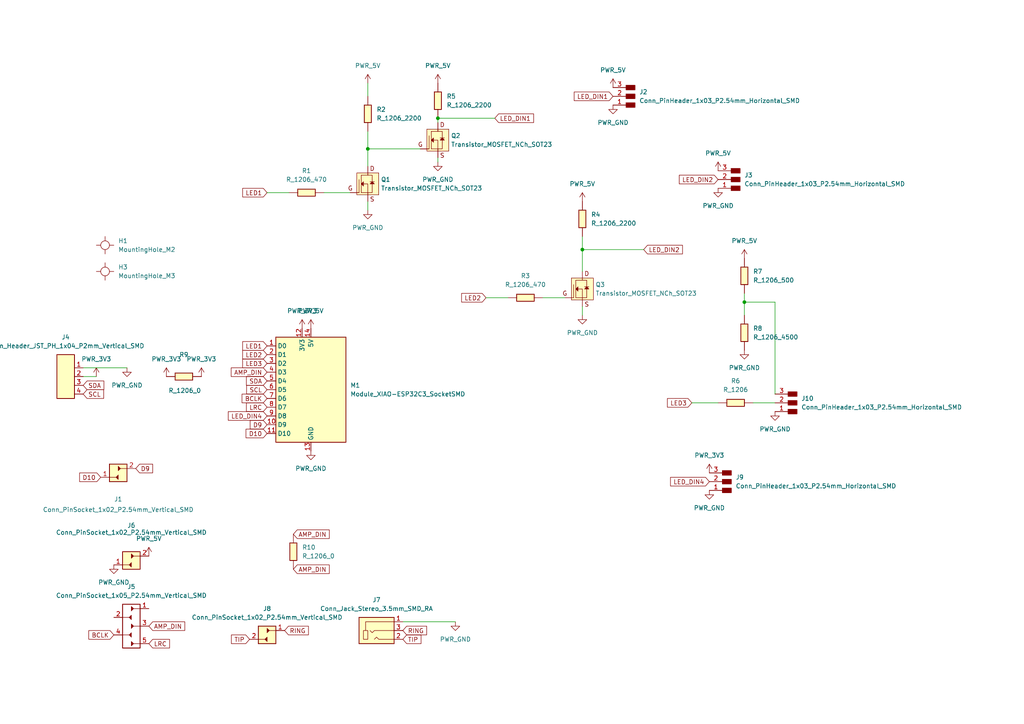
<source format=kicad_sch>
(kicad_sch (version 20231120) (generator "eeschema") (generator_version "8.0")
  (paper "A4")
  (lib_symbols
    (symbol "fab:Conn_Header_JST_PH_1x04_P2mm_Vertical_SMD"
      (property "Reference" "J" (at 0 7.62 0))
      (property "Value" "Conn_Header_JST_PH_1x04_P2mm_Vertical_SMD" (at 0 -7.62 0))
      (symbol "Conn_Header_JST_PH_1x04_P2mm_Vertical_SMD_0_1"
        (rectangle (start -2.54 6.35) (end 2.54 -6.35) (stroke (width 0.254)) (fill (type background)))
      )
      (symbol "Conn_Header_JST_PH_1x04_P2mm_Vertical_SMD_1_1"
        (pin passive line (at 5.08 2.54 180) (length 2.54) (name "~") (number "1"))
        (pin passive line (at 5.08 0 180) (length 2.54) (name "~") (number "2"))
        (pin passive line (at 5.08 -2.54 180) (length 2.54) (name "~") (number "3"))
        (pin passive line (at 5.08 -5.08 180) (length 2.54) (name "~") (number "4"))
      )
    )
    (symbol "fab:Conn_Jack_Stereo_3.5mm_SMD_RA"
      (property "Reference" "J" (at 0 0 0))
      (property "Value" "Conn_Jack_Stereo_3.5mm_SMD_RA" (at 0 0 0))
      (symbol "Conn_Jack_Stereo_3.5mm_SMD_RA_0_1"
        (rectangle (start -5.08 3.81) (end 5.08 -3.81) (stroke (width 0.254)) (fill (type background)))
        (polyline (pts (xy 5.08 -2.54) (xy 0.635 -2.54) (xy 0 -1.905) (xy -0.635 -2.54)))
        (polyline (pts (xy 5.08 0) (xy -0.635 0) (xy -1.27 -0.635) (xy -1.905 0)))
        (polyline (pts (xy 5.08 2.54) (xy -3.175 2.54) (xy -3.175 0) (xy -3.81 0) (xy -3.81 -2.54) (xy -2.54 -2.54) (xy -2.54 0) (xy -3.175 0)))
      )
      (symbol "Conn_Jack_Stereo_3.5mm_SMD_RA_1_1"
        (pin passive line (at 7.62 2.54 180) (length 2.54) (name "") (number "1"))
        (pin passive line (at 7.62 -2.54 180) (length 2.54) (name "") (number "2"))
        (pin passive line (at 7.62 0 180) (length 2.54) (name "") (number "3"))
      )
    )
    (symbol "fab:Conn_PinHeader_1x03_P2.54mm_Horizontal_SMD" (pin_names hide)
      (property "Reference" "J" (at 0 5.08 0))
      (property "Value" "Conn_PinHeader_1x03_P2.54mm_Horizontal_SMD" (at 0 -5.08 0))
      (symbol "Conn_PinHeader_1x03_P2.54mm_Horizontal_SMD_1_1"
        (rectangle (start -1.27 -1.905) (end 1.27 -3.175) (stroke (width 0.254)) (fill (type outline)))
        (rectangle (start -1.27 0.635) (end 1.27 -0.635) (stroke (width 0.254)) (fill (type outline)))
        (rectangle (start -1.27 3.175) (end 1.27 1.905) (stroke (width 0.254)) (fill (type outline)))
        (pin passive line (at 5.08 2.54 180) (length 3.81) (name "Pin_1") (number "1"))
        (pin passive line (at 5.08 0 180) (length 3.81) (name "Pin_2") (number "2"))
        (pin passive line (at 5.08 -2.54 180) (length 3.81) (name "Pin_3") (number "3"))
      )
    )
    (symbol "fab:Conn_PinSocket_1x02_P2.54mm_Vertical_SMD" (pin_names hide)
      (property "Reference" "J" (at 0 3.81 0))
      (property "Value" "Conn_PinSocket_1x02_P2.54mm_Vertical_SMD" (at 0 -3.81 0))
      (symbol "Conn_PinSocket_1x02_P2.54mm_Vertical_SMD_0_0"
        (rectangle (start -2.54 2.54) (end 2.54 -2.54) (stroke (width 0.254)) (fill (type background)))
        (polyline (pts (xy 0 -1.27) (xy -2.54 -1.27)))
        (polyline (pts (xy 2.54 1.27) (xy 0 1.27)))
        (polyline (pts (xy 0 -1.905) (xy -0.635 -1.27) (xy 0 -0.635) (xy 0 -1.905)) (fill (type outline)))
        (polyline (pts (xy 0 0.635) (xy 0.635 1.27) (xy 0 1.905) (xy 0 0.635)) (fill (type outline)))
      )
      (symbol "Conn_PinSocket_1x02_P2.54mm_Vertical_SMD_1_1"
        (pin passive line (at 5.08 1.27 180) (length 2.54) (name "Pin_1") (number "1"))
        (pin passive line (at -5.08 -1.27 0) (length 2.54) (name "Pin_2") (number "2"))
      )
    )
    (symbol "fab:Conn_PinSocket_1x05_P2.54mm_Vertical_SMD" (pin_names hide)
      (property "Reference" "J" (at 0 7.62 0))
      (property "Value" "Conn_PinSocket_1x05_P2.54mm_Vertical_SMD" (at 0 -7.62 0))
      (symbol "Conn_PinSocket_1x05_P2.54mm_Vertical_SMD_0_0"
        (polyline (pts (xy 0 -2.54) (xy -2.54 -2.54)))
        (polyline (pts (xy 0 2.54) (xy -2.54 2.54)))
        (polyline (pts (xy 2.54 -5.08) (xy 0 -5.08)))
        (polyline (pts (xy 2.54 0) (xy 0 0)))
        (polyline (pts (xy 2.54 5.08) (xy 0 5.08)))
        (polyline (pts (xy 0 -5.715) (xy 0.635 -5.08) (xy 0 -4.445) (xy 0 -5.715)) (fill (type outline)))
        (polyline (pts (xy 0 -3.175) (xy -0.635 -2.54) (xy 0 -1.905) (xy 0 -3.175)) (fill (type outline)))
        (polyline (pts (xy 0 -0.635) (xy 0.635 0) (xy 0 0.635) (xy 0 -0.635)) (fill (type outline)))
        (polyline (pts (xy 0 1.905) (xy -0.635 2.54) (xy 0 3.175) (xy 0 1.905)) (fill (type outline)))
        (polyline (pts (xy 0 4.445) (xy 0.635 5.08) (xy 0 5.715) (xy 0 4.445)) (fill (type outline)))
      )
      (symbol "Conn_PinSocket_1x05_P2.54mm_Vertical_SMD_1_0"
        (rectangle (start -2.54 6.35) (end 2.54 -6.35) (stroke (width 0.254)))
      )
      (symbol "Conn_PinSocket_1x05_P2.54mm_Vertical_SMD_1_1"
        (pin passive line (at 5.08 5.08 180) (length 2.54) (name "Pin_1") (number "1"))
        (pin passive line (at -5.08 2.54 0) (length 2.54) (name "Pin_2") (number "2"))
        (pin passive line (at 5.08 0 180) (length 2.54) (name "Pin_1") (number "3"))
        (pin passive line (at -5.08 -2.54 0) (length 2.54) (name "Pin_2") (number "4"))
        (pin passive line (at 5.08 -5.08 180) (length 2.54) (name "Pin_1") (number "5"))
      )
    )
    (symbol "fab:Module_XIAO-ESP32C3_SocketSMD"
      (property "Reference" "M" (at -10.16 16.51 0))
      (property "Value" "Module_XIAO-ESP32C3_SocketSMD" (at 1.27 16.51 0))
      (symbol "Module_XIAO-ESP32C3_SocketSMD_1_1"
        (rectangle (start -10.16 15.24) (end 10.16 -15.24) (stroke (width 0.254)) (fill (type background)))
        (pin bidirectional line (at -12.7 12.7 0) (length 2.54) (name "D0") (number "1"))
        (pin bidirectional line (at -12.7 -10.16 0) (length 2.54) (name "D9") (number "10"))
        (pin bidirectional line (at -12.7 -12.7 0) (length 2.54) (name "D10") (number "11"))
        (pin power_in line (at -2.54 17.78 270) (length 2.54) (name "3V3") (number "12"))
        (pin power_in line (at 0 -17.78 90) (length 2.54) (name "GND") (number "13"))
        (pin power_in line (at 0 17.78 270) (length 2.54) (name "5V") (number "14"))
        (pin bidirectional line (at -12.7 10.16 0) (length 2.54) (name "D1") (number "2"))
        (pin bidirectional line (at -12.7 7.62 0) (length 2.54) (name "D2") (number "3"))
        (pin bidirectional line (at -12.7 5.08 0) (length 2.54) (name "D3") (number "4"))
        (pin bidirectional line (at -12.7 2.54 0) (length 2.54) (name "D4") (number "5"))
        (pin bidirectional line (at -12.7 0 0) (length 2.54) (name "D5") (number "6"))
        (pin bidirectional line (at -12.7 -2.54 0) (length 2.54) (name "D6") (number "7"))
        (pin bidirectional line (at -12.7 -5.08 0) (length 2.54) (name "D7") (number "8"))
        (pin bidirectional line (at -12.7 -7.62 0) (length 2.54) (name "D8") (number "9"))
      )
    )
    (symbol "fab:MountingHole_M2" (pin_numbers hide) (pin_names (offset 0) hide)
      (property "Reference" "H" (at 0 3.556 0))
      (property "Value" "MountingHole_M2" (at 0 -3.556 0))
      (symbol "MountingHole_M2_0_1"
        (polyline (pts (xy -2.54 0) (xy -1.27 0)))
        (polyline (pts (xy 0 -1.27) (xy 0 -2.54)))
        (polyline (pts (xy 0 2.54) (xy 0 1.27)))
        (polyline (pts (xy 1.27 0) (xy 2.54 0)))
        (circle (center 0 0) (radius 1.27))
      )
    )
    (symbol "fab:MountingHole_M3" (pin_numbers hide) (pin_names (offset 0) hide)
      (property "Reference" "H" (at 0 3.556 0))
      (property "Value" "MountingHole_M3" (at 0 -3.556 0))
      (symbol "MountingHole_M3_0_1"
        (polyline (pts (xy -2.54 0) (xy -1.27 0)))
        (polyline (pts (xy 0 -1.27) (xy 0 -2.54)))
        (polyline (pts (xy 0 2.54) (xy 0 1.27)))
        (polyline (pts (xy 1.27 0) (xy 2.54 0)))
        (circle (center 0 0) (radius 1.27))
      )
    )
    (symbol "fab:PWR_3V3" (power) (pin_names (offset 0))
      (property "Value" "PWR_3V3" (at 0 3.556 0))
      (symbol "PWR_3V3_0_1"
        (polyline (pts (xy -0.762 1.27) (xy 0 2.54)))
        (polyline (pts (xy 0 0) (xy 0 2.54)))
        (polyline (pts (xy 0 2.54) (xy 0.762 1.27)))
      )
      (symbol "PWR_3V3_1_1"
        (pin power_in line (at 0 0 90) (length 0) hide (name "PWR_3V3") (number "1"))
      )
    )
    (symbol "fab:PWR_5V" (power) (pin_names (offset 0))
      (property "Value" "PWR_5V" (at 0 3.556 0))
      (symbol "PWR_5V_0_1"
        (polyline (pts (xy -0.762 1.27) (xy 0 2.54)))
        (polyline (pts (xy 0 0) (xy 0 2.54)))
        (polyline (pts (xy 0 2.54) (xy 0.762 1.27)))
      )
      (symbol "PWR_5V_1_1"
        (pin power_in line (at 0 0 90) (length 0) hide (name "PWR_5V") (number "1"))
      )
    )
    (symbol "fab:PWR_GND" (power) (pin_names (offset 0))
      (property "Value" "PWR_GND" (at 0 -3.81 0))
      (symbol "PWR_GND_0_1"
        (polyline (pts (xy 0 0) (xy 0 -1.27) (xy 1.27 -1.27) (xy 0 -2.54) (xy -1.27 -1.27) (xy 0 -1.27)))
      )
      (symbol "PWR_GND_1_1"
        (pin power_in line (at 0 0 270) (length 0) hide (name "PWR_GND") (number "1"))
      )
    )
    (symbol "fab:R_1206" (pin_numbers hide) (pin_names (offset 0))
      (property "Reference" "R" (at 2.54 0 90))
      (property "Value" "R_1206" (at -2.54 0 90))
      (symbol "R_1206_0_1"
        (rectangle (start -1.016 -2.54) (end 1.016 2.54) (stroke (width 0.254)) (fill (type background)))
      )
      (symbol "R_1206_1_1"
        (pin passive line (at 0 5.08 270) (length 2.54) (name "~") (number "1"))
        (pin passive line (at 0 -5.08 90) (length 2.54) (name "~") (number "2"))
      )
    )
    (symbol "fab:Transistor_MOSFET_NCh_SOT23" (pin_numbers hide) (pin_names (offset 1.016) hide)
      (property "Reference" "Q" (at 3.81 1.27 0))
      (property "Value" "Transistor_MOSFET_NCh_SOT23" (at 3.81 -1.27 0))
      (symbol "Transistor_MOSFET_NCh_SOT23_0_1"
        (polyline (pts (xy 0 2.54) (xy 1.27 2.54) (xy 1.27 -2.54) (xy 0 -2.54)))
      )
      (symbol "Transistor_MOSFET_NCh_SOT23_1_0"
        (text "D" (at 1.27 4.445 0) (effects (font (size 1.27 1.27))))
        (text "G" (at -5.08 -1.27 0) (effects (font (size 1.27 1.27))))
        (text "S" (at 1.27 -4.445 0) (effects (font (size 1.27 1.27))))
      )
      (symbol "Transistor_MOSFET_NCh_SOT23_1_1"
        (rectangle (start -3.175 3.175) (end 3.175 -3.175) (fill (type background)))
        (polyline (pts (xy -2.54 -2.54) (xy -2.54 1.27)) (stroke (width 0.15)))
        (polyline (pts (xy -1.905 -2.54) (xy 0 -2.54)) (stroke (width 0.15)))
        (polyline (pts (xy -1.905 2.54) (xy -1.905 -2.54)) (stroke (width 0.15)))
        (polyline (pts (xy 0 2.54) (xy -1.905 2.54)) (stroke (width 0.15)))
        (polyline (pts (xy 0.635 0.635) (xy 1.905 0.635)) (stroke (width 0.15)))
        (polyline (pts (xy 0 -2.54) (xy 0 0) (xy -1.905 0)) (stroke (width 0.15)))
        (polyline (pts (xy -1.905 0) (xy -1.27 0.635) (xy -1.27 -0.635) (xy -1.905 0)) (fill (type outline)))
        (polyline (pts (xy 1.27 0.635) (xy 1.905 0) (xy 0.635 0) (xy 1.27 0.635)) (fill (type outline)))
        (pin passive line (at -5.08 -2.54 0) (length 2.54) (name "G") (number "1"))
        (pin passive line (at 0 -5.08 90) (length 2.54) (name "S") (number "2"))
        (pin passive line (at 0 5.08 270) (length 2.54) (name "D") (number "3"))
      )
    )
  )
  (junction (at 215.9 87.63))
  (junction (at 127 34.29))
  (junction (at 106.68 43.18))
  (junction (at 168.91 72.39))
  (wire (pts (xy 106.68 43.18) (xy 106.68 48.26)))
  (wire (pts (xy 77.47 55.88) (xy 83.82 55.88)))
  (wire (pts (xy 106.68 60.96) (xy 106.68 58.42)))
  (wire (pts (xy 168.91 91.44) (xy 168.91 88.9)))
  (wire (pts (xy 168.91 72.39) (xy 168.91 78.74)))
  (wire (pts (xy 224.79 87.63) (xy 224.79 114.3)))
  (wire (pts (xy 215.9 87.63) (xy 224.79 87.63)))
  (wire (pts (xy 157.48 86.36) (xy 163.83 86.36)))
  (wire (pts (xy 106.68 38.1) (xy 106.68 43.18)))
  (wire (pts (xy 116.84 180.34) (xy 132.08 180.34)))
  (wire (pts (xy 127 34.29) (xy 143.51 34.29)))
  (wire (pts (xy 93.98 55.88) (xy 101.6 55.88)))
  (wire (pts (xy 168.91 72.39) (xy 186.69 72.39)))
  (wire (pts (xy 215.9 85.09) (xy 215.9 87.63)))
  (wire (pts (xy 106.68 43.18) (xy 121.92 43.18)))
  (wire (pts (xy 140.97 86.36) (xy 147.32 86.36)))
  (wire (pts (xy 127 45.72) (xy 127 46.99)))
  (wire (pts (xy 27.94 109.22) (xy 24.13 109.22)))
  (wire (pts (xy 127 35.56) (xy 127 34.29)))
  (wire (pts (xy 200.66 116.84) (xy 208.28 116.84)))
  (wire (pts (xy 168.91 68.58) (xy 168.91 72.39)))
  (wire (pts (xy 215.9 87.63) (xy 215.9 91.44)))
  (wire (pts (xy 24.13 106.68) (xy 36.83 106.68)))
  (wire (pts (xy 106.68 24.13) (xy 106.68 27.94)))
  (wire (pts (xy 218.44 116.84) (xy 224.79 116.84)))
  (global_label "SDA" (shape input) (at 24.13 111.76 0) (property "Intersheetrefs" "${INTERSHEET_REFS}" (effects (hide yes))))
  (global_label "LED_DIN4" (shape input) (at 205.74 139.7 180) (property "Intersheetrefs" "${INTERSHEET_REFS}" (effects (hide yes))))
  (global_label "AMP_DIN" (shape input) (at 43.18 181.61 0) (property "Intersheetrefs" "${INTERSHEET_REFS}" (effects (hide yes))))
  (global_label "SCL" (shape input) (at 77.47 113.03 180) (property "Intersheetrefs" "${INTERSHEET_REFS}" (effects (hide yes))))
  (global_label "LED1" (shape input) (at 77.47 100.33 180) (property "Intersheetrefs" "${INTERSHEET_REFS}" (effects (hide yes))))
  (global_label "LED3" (shape input) (at 200.66 116.84 180) (property "Intersheetrefs" "${INTERSHEET_REFS}" (effects (hide yes))))
  (global_label "BCLK" (shape input) (at 33.02 184.15 180) (property "Intersheetrefs" "${INTERSHEET_REFS}" (effects (hide yes))))
  (global_label "LED_DIN2" (shape input) (at 186.69 72.39 0) (property "Intersheetrefs" "${INTERSHEET_REFS}" (effects (hide yes))))
  (global_label "LRC" (shape input) (at 77.47 118.11 180) (property "Intersheetrefs" "${INTERSHEET_REFS}" (effects (hide yes))))
  (global_label "RING" (shape input) (at 116.84 182.88 0) (property "Intersheetrefs" "${INTERSHEET_REFS}" (effects (hide yes))))
  (global_label "TIP" (shape input) (at 72.39 185.42 180) (property "Intersheetrefs" "${INTERSHEET_REFS}" (effects (hide yes))))
  (global_label "LED1" (shape input) (at 77.47 55.88 180) (property "Intersheetrefs" "${INTERSHEET_REFS}" (effects (hide yes))))
  (global_label "RING" (shape input) (at 82.55 182.88 0) (property "Intersheetrefs" "${INTERSHEET_REFS}" (effects (hide yes))))
  (global_label "LED_DIN1" (shape input) (at 143.51 34.29 0) (property "Intersheetrefs" "${INTERSHEET_REFS}" (effects (hide yes))))
  (global_label "SCL" (shape input) (at 24.13 114.3 0) (property "Intersheetrefs" "${INTERSHEET_REFS}" (effects (hide yes))))
  (global_label "D10" (shape input) (at 29.21 138.43 180) (property "Intersheetrefs" "${INTERSHEET_REFS}" (effects (hide yes))))
  (global_label "LED2" (shape input) (at 77.47 102.87 180) (property "Intersheetrefs" "${INTERSHEET_REFS}" (effects (hide yes))))
  (global_label "LED3" (shape input) (at 77.47 105.41 180) (property "Intersheetrefs" "${INTERSHEET_REFS}" (effects (hide yes))))
  (global_label "AMP_DIN" (shape input) (at 85.09 154.94 0) (property "Intersheetrefs" "${INTERSHEET_REFS}" (effects (hide yes))))
  (global_label "LED2" (shape input) (at 140.97 86.36 180) (property "Intersheetrefs" "${INTERSHEET_REFS}" (effects (hide yes))))
  (global_label "D10" (shape input) (at 77.47 125.73 180) (property "Intersheetrefs" "${INTERSHEET_REFS}" (effects (hide yes))))
  (global_label "LED_DIN2" (shape input) (at 208.28 52.07 180) (property "Intersheetrefs" "${INTERSHEET_REFS}" (effects (hide yes))))
  (global_label "LED_DIN4" (shape input) (at 77.47 120.65 180) (property "Intersheetrefs" "${INTERSHEET_REFS}" (effects (hide yes))))
  (global_label "TIP" (shape input) (at 116.84 185.42 0) (property "Intersheetrefs" "${INTERSHEET_REFS}" (effects (hide yes))))
  (global_label "SDA" (shape input) (at 77.47 110.49 180) (property "Intersheetrefs" "${INTERSHEET_REFS}" (effects (hide yes))))
  (global_label "AMP_DIN" (shape input) (at 85.09 165.1 0) (property "Intersheetrefs" "${INTERSHEET_REFS}" (effects (hide yes))))
  (global_label "D9" (shape input) (at 39.37 135.89 0) (property "Intersheetrefs" "${INTERSHEET_REFS}" (effects (hide yes))))
  (global_label "LED_DIN1" (shape input) (at 177.8 27.94 180) (property "Intersheetrefs" "${INTERSHEET_REFS}" (effects (hide yes))))
  (global_label "D9" (shape input) (at 77.47 123.19 180) (property "Intersheetrefs" "${INTERSHEET_REFS}" (effects (hide yes))))
  (global_label "LRC" (shape input) (at 43.18 186.69 0) (property "Intersheetrefs" "${INTERSHEET_REFS}" (effects (hide yes))))
  (global_label "AMP_DIN" (shape input) (at 77.47 107.95 180) (property "Intersheetrefs" "${INTERSHEET_REFS}" (effects (hide yes))))
  (global_label "BCLK" (shape input) (at 77.47 115.57 180) (property "Intersheetrefs" "${INTERSHEET_REFS}" (effects (hide yes))))
  (symbol (lib_id "fab:PWR_3V3") (at 87.63 95.25 0) (unit 1)
    (property "Reference" "#PWR023" (effects (hide yes)))
    (property "Value" "PWR_3V3" (at 87.63 90.17 0))
    (property "Description" "Power symbol creates a global label with name \"+3V3\"" (effects (hide yes)))
  )
  (symbol (lib_id "fab:Conn_Header_JST_PH_1x04_P2mm_Vertical_SMD") (at 19.05 109.22 0) (unit 1)
    (property "Reference" "J4" (at 19.05 97.79 0))
    (property "Value" "Conn_Header_JST_PH_1x04_P2mm_Vertical_SMD" (at 19.05 100.33 0))
    (property "Footprint" "fab:Header_JST_PH_1x04_P2mm_Vertical_SMD" (effects (hide yes)))
    (property "Datasheet" "https://www.jst-mfg.com/product/pdf/eng/ePH.pdf" (effects (hide yes)))
    (property "Description" "Male JST PH 4 pin connector" (effects (hide yes)))
  )
  (symbol (lib_id "fab:Conn_PinSocket_1x02_P2.54mm_Vertical_SMD") (at 77.47 184.15 0) (unit 1)
    (property "Reference" "J8" (at 77.47 176.53 0))
    (property "Value" "Conn_PinSocket_1x02_P2.54mm_Vertical_SMD" (at 77.47 179.07 0))
    (property "Footprint" "fab:PinSocket_1x02_P2.54mm_Vertical_SMD" (effects (hide yes)))
    (property "Datasheet" "https://media.digikey.com/pdf/Data%20Sheets/Sullins%20PDFs/NPxCxx1KFXx-RC%2010487-D.pdf" (effects (hide yes)))
    (property "Description" "2 Position Header, Top or Bottom Entry Connector 0.100\" (2.54mm) Surface Mount Tin" (effects (hide yes)))
  )
  (symbol (lib_id "fab:R_1206") (at 215.9 96.52 0) (unit 1)
    (property "Reference" "R8" (at 218.44 95.2499 0) (effects (justify left)))
    (property "Value" "R_1206_4500" (at 218.44 97.7899 0) (effects (justify left)))
    (property "Footprint" "fab:R_1206" (effects (hide yes)))
    (property "Description" "Resistor" (effects (hide yes)))
  )
  (symbol (lib_id "fab:R_1206") (at 106.68 33.02 0) (unit 1)
    (property "Reference" "R2" (at 109.22 31.7499 0) (effects (justify left)))
    (property "Value" "R_1206_2200" (at 109.22 34.2899 0) (effects (justify left)))
    (property "Footprint" "fab:R_1206" (effects (hide yes)))
    (property "Description" "Resistor" (effects (hide yes)))
  )
  (symbol (lib_id "fab:PWR_GND") (at 132.08 180.34 0) (unit 1)
    (property "Reference" "#PWR019" (effects (hide yes)))
    (property "Value" "PWR_GND" (at 132.08 185.42 0))
    (property "Description" "Power symbol creates a global label with name \"GND\" , ground" (effects (hide yes)))
  )
  (symbol (lib_id "fab:Conn_Jack_Stereo_3.5mm_SMD_RA") (at 109.22 182.88 0) (unit 1)
    (property "Reference" "J7" (at 109.22 173.99 0))
    (property "Value" "Conn_Jack_Stereo_3.5mm_SMD_RA" (at 109.22 176.53 0))
    (property "Footprint" "fab:Conn_Jack_Stereo_3.5mm_CUI_SJ-3523-SMT-TR" (effects (hide yes)))
    (property "Datasheet" "https://www.cuidevices.com/product/resource/sj-352x-smt.pdf" (effects (hide yes)))
    (property "Description" "CONN JACK STEREO 3.5MM SMD R/A" (effects (hide yes)))
  )
  (symbol (lib_id "fab:PWR_GND") (at 106.68 60.96 0) (unit 1)
    (property "Reference" "#PWR07" (effects (hide yes)))
    (property "Value" "PWR_GND" (at 106.68 66.04 0))
    (property "Description" "Power symbol creates a global label with name \"GND\" , ground" (effects (hide yes)))
  )
  (symbol (lib_id "fab:PWR_5V") (at 208.28 49.53 0) (unit 1)
    (property "Reference" "#PWR013" (effects (hide yes)))
    (property "Value" "PWR_5V" (at 208.28 44.45 0))
    (property "Description" "Power symbol creates a global label with name \"+5V\"" (effects (hide yes)))
  )
  (symbol (lib_id "fab:Conn_PinHeader_1x03_P2.54mm_Horizontal_SMD") (at 229.87 116.84 180) (unit 1)
    (property "Reference" "J10" (at 232.41 115.5699 0) (effects (justify right)))
    (property "Value" "Conn_PinHeader_1x03_P2.54mm_Horizontal_SMD" (at 232.41 118.1099 0) (effects (justify right)))
    (property "Footprint" "fab:PinHeader_1x03_P2.54mm_Horizontal_SMD" (effects (hide yes)))
    (property "Description" "Male connector, single row" (effects (hide yes)))
  )
  (symbol (lib_id "fab:PWR_GND") (at 205.74 142.24 0) (unit 1)
    (property "Reference" "#PWR021" (effects (hide yes)))
    (property "Value" "PWR_GND" (at 205.74 147.32 0))
    (property "Description" "Power symbol creates a global label with name \"GND\" , ground" (effects (hide yes)))
  )
  (symbol (lib_id "fab:Transistor_MOSFET_NCh_SOT23") (at 127 40.64 0) (unit 1)
    (property "Reference" "Q2" (at 130.81 39.3699 0) (effects (justify left)))
    (property "Value" "Transistor_MOSFET_NCh_SOT23" (at 130.81 41.9099 0) (effects (justify left)))
    (property "Footprint" "fab:SOT-23-3" (effects (hide yes)))
    (property "Datasheet" "https://www.onsemi.com/pub/Collateral/NDS355AN-D.PDF" (effects (hide yes)))
    (property "Description" "N-Channel mosfet NDS355AN in SOT-23 package" (effects (hide yes)))
  )
  (symbol (lib_id "fab:Conn_PinHeader_1x03_P2.54mm_Horizontal_SMD") (at 182.88 27.94 180) (unit 1)
    (property "Reference" "J2" (at 185.42 26.6699 0) (effects (justify right)))
    (property "Value" "Conn_PinHeader_1x03_P2.54mm_Horizontal_SMD" (at 185.42 29.2099 0) (effects (justify right)))
    (property "Footprint" "fab:PinHeader_1x03_P2.54mm_Horizontal_SMD" (effects (hide yes)))
    (property "Description" "Male connector, single row" (effects (hide yes)))
  )
  (symbol (lib_id "fab:PWR_5V") (at 168.91 58.42 0) (unit 1)
    (property "Reference" "#PWR011" (effects (hide yes)))
    (property "Value" "PWR_5V" (at 168.91 53.34 0))
    (property "Description" "Power symbol creates a global label with name \"+5V\"" (effects (hide yes)))
  )
  (symbol (lib_id "fab:PWR_GND") (at 90.17 130.81 0) (unit 1)
    (property "Reference" "#PWR04" (effects (hide yes)))
    (property "Value" "PWR_GND" (at 90.17 135.89 0))
    (property "Description" "Power symbol creates a global label with name \"GND\" , ground" (effects (hide yes)))
  )
  (symbol (lib_id "fab:PWR_GND") (at 33.02 163.83 0) (unit 1)
    (property "Reference" "#PWR018" (effects (hide yes)))
    (property "Value" "PWR_GND" (at 33.02 168.91 0))
    (property "Description" "Power symbol creates a global label with name \"GND\" , ground" (effects (hide yes)))
  )
  (symbol (lib_id "fab:Conn_PinSocket_1x05_P2.54mm_Vertical_SMD") (at 38.1 181.61 0) (unit 1)
    (property "Reference" "J5" (at 38.1 170.18 0))
    (property "Value" "Conn_PinSocket_1x05_P2.54mm_Vertical_SMD" (at 38.1 172.72 0))
    (property "Footprint" "fab:PinSocket_1x05_P2.54mm_Vertical_SMD" (effects (hide yes)))
    (property "Datasheet" "https://media.digikey.com/pdf/Data%20Sheets/Sullins%20PDFs/NPxCxx1KFXx-RC%2010487-D.pdf" (effects (hide yes)))
    (property "Description" "Top or Bottom Entry Connector 0.100\" (2.54mm) Surface Mount Tin" (effects (hide yes)))
  )
  (symbol (lib_id "fab:R_1206") (at 168.91 63.5 0) (unit 1)
    (property "Reference" "R4" (at 171.45 62.2299 0) (effects (justify left)))
    (property "Value" "R_1206_2200" (at 171.45 64.7699 0) (effects (justify left)))
    (property "Footprint" "fab:R_1206" (effects (hide yes)))
    (property "Description" "Resistor" (effects (hide yes)))
  )
  (symbol (lib_id "fab:PWR_5V") (at 177.8 25.4 0) (unit 1)
    (property "Reference" "#PWR05" (effects (hide yes)))
    (property "Value" "PWR_5V" (at 177.8 20.32 0))
    (property "Description" "Power symbol creates a global label with name \"+5V\"" (effects (hide yes)))
  )
  (symbol (lib_id "fab:PWR_GND") (at 215.9 101.6 0) (unit 1)
    (property "Reference" "#PWR022" (effects (hide yes)))
    (property "Value" "PWR_GND" (at 215.9 106.68 0))
    (property "Description" "Power symbol creates a global label with name \"GND\" , ground" (effects (hide yes)))
  )
  (symbol (lib_id "fab:PWR_GND") (at 208.28 54.61 0) (unit 1)
    (property "Reference" "#PWR014" (effects (hide yes)))
    (property "Value" "PWR_GND" (at 208.28 59.69 0))
    (property "Description" "Power symbol creates a global label with name \"GND\" , ground" (effects (hide yes)))
  )
  (symbol (lib_id "fab:MountingHole_M2") (at 30.48 71.12 0) (unit 1)
    (property "Reference" "H1" (at 34.29 69.8499 0) (effects (justify left)))
    (property "Value" "MountingHole_M2" (at 34.29 72.3899 0) (effects (justify left)))
    (property "Footprint" "fab:MountingHole_M2" (effects (hide yes)))
    (property "Description" "Mounting hole M2" (effects (hide yes)))
  )
  (symbol (lib_id "fab:PWR_GND") (at 127 46.99 0) (unit 1)
    (property "Reference" "#PWR010" (effects (hide yes)))
    (property "Value" "PWR_GND" (at 127 52.07 0))
    (property "Description" "Power symbol creates a global label with name \"GND\" , ground" (effects (hide yes)))
  )
  (symbol (lib_id "fab:R_1206") (at 88.9 55.88 270) (unit 1)
    (property "Reference" "R1" (at 88.9 49.53 90))
    (property "Value" "R_1206_470" (at 88.9 52.07 90))
    (property "Footprint" "fab:R_1206" (effects (hide yes)))
    (property "Description" "Resistor" (effects (hide yes)))
  )
  (symbol (lib_id "fab:PWR_5V") (at 90.17 95.25 0) (unit 1)
    (property "Reference" "#PWR03" (effects (hide yes)))
    (property "Value" "PWR_5V" (at 90.17 90.17 0))
    (property "Description" "Power symbol creates a global label with name \"+5V\"" (effects (hide yes)))
  )
  (symbol (lib_id "fab:PWR_3V3") (at 27.94 109.22 0) (unit 1)
    (property "Reference" "#PWR016" (effects (hide yes)))
    (property "Value" "PWR_3V3" (at 27.94 104.14 0))
    (property "Description" "Power symbol creates a global label with name \"+3V3\"" (effects (hide yes)))
  )
  (symbol (lib_id "fab:Conn_PinHeader_1x03_P2.54mm_Horizontal_SMD") (at 210.82 139.7 180) (unit 1)
    (property "Reference" "J9" (at 213.36 138.4299 0) (effects (justify right)))
    (property "Value" "Conn_PinHeader_1x03_P2.54mm_Horizontal_SMD" (at 213.36 140.9699 0) (effects (justify right)))
    (property "Footprint" "fab:PinHeader_1x03_P2.54mm_Horizontal_SMD" (effects (hide yes)))
    (property "Description" "Male connector, single row" (effects (hide yes)))
  )
  (symbol (lib_id "fab:Transistor_MOSFET_NCh_SOT23") (at 168.91 83.82 0) (unit 1)
    (property "Reference" "Q3" (at 172.72 82.5499 0) (effects (justify left)))
    (property "Value" "Transistor_MOSFET_NCh_SOT23" (at 172.72 85.0899 0) (effects (justify left)))
    (property "Footprint" "fab:SOT-23-3" (effects (hide yes)))
    (property "Datasheet" "https://www.onsemi.com/pub/Collateral/NDS355AN-D.PDF" (effects (hide yes)))
    (property "Description" "N-Channel mosfet NDS355AN in SOT-23 package" (effects (hide yes)))
  )
  (symbol (lib_id "fab:PWR_3V3") (at 58.42 109.22 0) (unit 1)
    (property "Reference" "#PWR024" (effects (hide yes)))
    (property "Value" "PWR_3V3" (at 58.42 104.14 0))
    (property "Description" "Power symbol creates a global label with name \"+3V3\"" (effects (hide yes)))
  )
  (symbol (lib_id "fab:PWR_GND") (at 177.8 30.48 0) (unit 1)
    (property "Reference" "#PWR06" (effects (hide yes)))
    (property "Value" "PWR_GND" (at 177.8 35.56 0))
    (property "Description" "Power symbol creates a global label with name \"GND\" , ground" (effects (hide yes)))
  )
  (symbol (lib_id "fab:PWR_3V3") (at 48.26 109.22 0) (unit 1)
    (property "Reference" "#PWR025" (effects (hide yes)))
    (property "Value" "PWR_3V3" (at 48.26 104.14 0))
    (property "Description" "Power symbol creates a global label with name \"+3V3\"" (effects (hide yes)))
  )
  (symbol (lib_id "fab:PWR_5V") (at 43.18 161.29 0) (unit 1)
    (property "Reference" "#PWR017" (effects (hide yes)))
    (property "Value" "PWR_5V" (at 43.18 156.21 0))
    (property "Description" "Power symbol creates a global label with name \"+5V\"" (effects (hide yes)))
  )
  (symbol (lib_id "fab:PWR_5V") (at 106.68 24.13 0) (unit 1)
    (property "Reference" "#PWR08" (effects (hide yes)))
    (property "Value" "PWR_5V" (at 106.68 19.05 0))
    (property "Description" "Power symbol creates a global label with name \"+5V\"" (effects (hide yes)))
  )
  (symbol (lib_id "fab:R_1206") (at 213.36 116.84 90) (unit 1)
    (property "Reference" "R6" (at 213.36 110.49 90))
    (property "Value" "R_1206" (at 213.36 113.03 90))
    (property "Footprint" "fab:R_1206" (effects (hide yes)))
    (property "Description" "Resistor" (effects (hide yes)))
  )
  (symbol (lib_id "fab:PWR_5V") (at 127 24.13 0) (unit 1)
    (property "Reference" "#PWR09" (effects (hide yes)))
    (property "Value" "PWR_5V" (at 127 19.05 0))
    (property "Description" "Power symbol creates a global label with name \"+5V\"" (effects (hide yes)))
  )
  (symbol (lib_id "fab:PWR_GND") (at 224.79 119.38 0) (unit 1)
    (property "Reference" "#PWR02" (effects (hide yes)))
    (property "Value" "PWR_GND" (at 224.79 124.46 0))
    (property "Description" "Power symbol creates a global label with name \"GND\" , ground" (effects (hide yes)))
  )
  (symbol (lib_id "fab:Conn_PinSocket_1x02_P2.54mm_Vertical_SMD") (at 34.29 137.16 180) (unit 1)
    (property "Reference" "J1" (at 34.29 144.78 0))
    (property "Value" "Conn_PinSocket_1x02_P2.54mm_Vertical_SMD" (at 34.29 147.828 0))
    (property "Footprint" "fab:PinSocket_1x02_P2.54mm_Vertical_SMD" (effects (hide yes)))
    (property "Datasheet" "https://media.digikey.com/pdf/Data%20Sheets/Sullins%20PDFs/NPxCxx1KFXx-RC%2010487-D.pdf" (effects (hide yes)))
    (property "Description" "2 Position Header, Top or Bottom Entry Connector 0.100\" (2.54mm) Surface Mount Tin" (effects (hide yes)))
  )
  (symbol (lib_id "fab:R_1206") (at 127 29.21 0) (unit 1)
    (property "Reference" "R5" (at 129.54 27.9399 0) (effects (justify left)))
    (property "Value" "R_1206_2200" (at 129.54 30.4799 0) (effects (justify left)))
    (property "Footprint" "fab:R_1206" (effects (hide yes)))
    (property "Description" "Resistor" (effects (hide yes)))
  )
  (symbol (lib_id "fab:PWR_3V3") (at 205.74 137.16 0) (unit 1)
    (property "Reference" "#PWR020" (effects (hide yes)))
    (property "Value" "PWR_3V3" (at 205.74 132.08 0))
    (property "Description" "Power symbol creates a global label with name \"+3V3\"" (effects (hide yes)))
  )
  (symbol (lib_id "fab:Transistor_MOSFET_NCh_SOT23") (at 106.68 53.34 0) (unit 1)
    (property "Reference" "Q1" (at 110.49 52.0699 0) (effects (justify left)))
    (property "Value" "Transistor_MOSFET_NCh_SOT23" (at 110.49 54.6099 0) (effects (justify left)))
    (property "Footprint" "fab:SOT-23-3" (effects (hide yes)))
    (property "Datasheet" "https://www.onsemi.com/pub/Collateral/NDS355AN-D.PDF" (effects (hide yes)))
    (property "Description" "N-Channel mosfet NDS355AN in SOT-23 package" (effects (hide yes)))
  )
  (symbol (lib_id "fab:R_1206") (at 53.34 109.22 90) (unit 1)
    (property "Reference" "R9" (at 53.34 102.87 90))
    (property "Value" "R_1206_0" (at 53.594 113.284 90))
    (property "Footprint" "fab:R_1206" (effects (hide yes)))
    (property "Description" "Resistor" (effects (hide yes)))
  )
  (symbol (lib_id "fab:R_1206") (at 215.9 80.01 0) (unit 1)
    (property "Reference" "R7" (at 218.44 78.7399 0) (effects (justify left)))
    (property "Value" "R_1206_500" (at 218.44 81.2799 0) (effects (justify left)))
    (property "Footprint" "fab:R_1206" (effects (hide yes)))
    (property "Description" "Resistor" (effects (hide yes)))
  )
  (symbol (lib_id "fab:Module_XIAO-ESP32C3_SocketSMD") (at 90.17 113.03 0) (unit 1)
    (property "Reference" "M1" (at 101.6 111.7599 0) (effects (justify left)))
    (property "Value" "Module_XIAO-ESP32C3_SocketSMD" (at 101.6 114.2999 0) (effects (justify left)))
    (property "Footprint" "fab:SeeedStudio_XIAO_SocketSMD" (effects (hide yes)))
    (property "Datasheet" "https://wiki.seeedstudio.com/XIAO_ESP32C3_Getting_Started/" (effects (hide yes)))
    (property "Description" "ESP32-C3 Transceiver; 802.11 a/b/g/n (Wi-Fi, WiFi, WLAN), Bluetooth® Smart 4.x Low Energy (BLE) 2.4GHz Evaluation Board SMD Socket Female Header" (effects (hide yes)))
  )
  (symbol (lib_id "fab:R_1206") (at 85.09 160.02 0) (unit 1)
    (property "Reference" "R10" (at 87.63 158.7499 0) (effects (justify left)))
    (property "Value" "R_1206_0" (at 87.63 161.2899 0) (effects (justify left)))
    (property "Footprint" "fab:R_1206" (effects (hide yes)))
    (property "Description" "Resistor" (effects (hide yes)))
  )
  (symbol (lib_id "fab:MountingHole_M3") (at 30.48 78.74 0) (unit 1)
    (property "Reference" "H3" (at 34.29 77.4699 0) (effects (justify left)))
    (property "Value" "MountingHole_M3" (at 34.29 80.0099 0) (effects (justify left)))
    (property "Footprint" "fab:MountingHole_M3" (effects (hide yes)))
    (property "Description" "Mounting hole M3" (effects (hide yes)))
  )
  (symbol (lib_id "fab:Conn_PinSocket_1x02_P2.54mm_Vertical_SMD") (at 38.1 162.56 180) (unit 1)
    (property "Reference" "J6" (at 38.1 152.4 0))
    (property "Value" "Conn_PinSocket_1x02_P2.54mm_Vertical_SMD" (at 38.1 154.432 0))
    (property "Footprint" "fab:PinSocket_1x02_P2.54mm_Vertical_SMD" (effects (hide yes)))
    (property "Datasheet" "https://media.digikey.com/pdf/Data%20Sheets/Sullins%20PDFs/NPxCxx1KFXx-RC%2010487-D.pdf" (effects (hide yes)))
    (property "Description" "2 Position Header, Top or Bottom Entry Connector 0.100\" (2.54mm) Surface Mount Tin" (effects (hide yes)))
  )
  (symbol (lib_id "fab:Conn_PinHeader_1x03_P2.54mm_Horizontal_SMD") (at 213.36 52.07 180) (unit 1)
    (property "Reference" "J3" (at 215.9 50.7999 0) (effects (justify right)))
    (property "Value" "Conn_PinHeader_1x03_P2.54mm_Horizontal_SMD" (at 215.9 53.3399 0) (effects (justify right)))
    (property "Footprint" "fab:PinHeader_1x03_P2.54mm_Horizontal_SMD" (effects (hide yes)))
    (property "Description" "Male connector, single row" (effects (hide yes)))
  )
  (symbol (lib_id "fab:PWR_5V") (at 215.9 74.93 0) (unit 1)
    (property "Reference" "#PWR01" (effects (hide yes)))
    (property "Value" "PWR_5V" (at 215.9 69.85 0))
    (property "Description" "Power symbol creates a global label with name \"+5V\"" (effects (hide yes)))
  )
  (symbol (lib_id "fab:R_1206") (at 152.4 86.36 270) (unit 1)
    (property "Reference" "R3" (at 152.4 80.01 90))
    (property "Value" "R_1206_470" (at 152.4 82.55 90))
    (property "Footprint" "fab:R_1206" (effects (hide yes)))
    (property "Description" "Resistor" (effects (hide yes)))
  )
  (symbol (lib_id "fab:PWR_GND") (at 168.91 91.44 0) (unit 1)
    (property "Reference" "#PWR012" (effects (hide yes)))
    (property "Value" "PWR_GND" (at 168.91 96.52 0))
    (property "Description" "Power symbol creates a global label with name \"GND\" , ground" (effects (hide yes)))
  )
  (symbol (lib_id "fab:PWR_GND") (at 36.83 106.68 0) (unit 1)
    (property "Reference" "#PWR015" (effects (hide yes)))
    (property "Value" "PWR_GND" (at 36.83 111.76 0))
    (property "Description" "Power symbol creates a global label with name \"GND\" , ground" (effects (hide yes)))
  )
)
</source>
